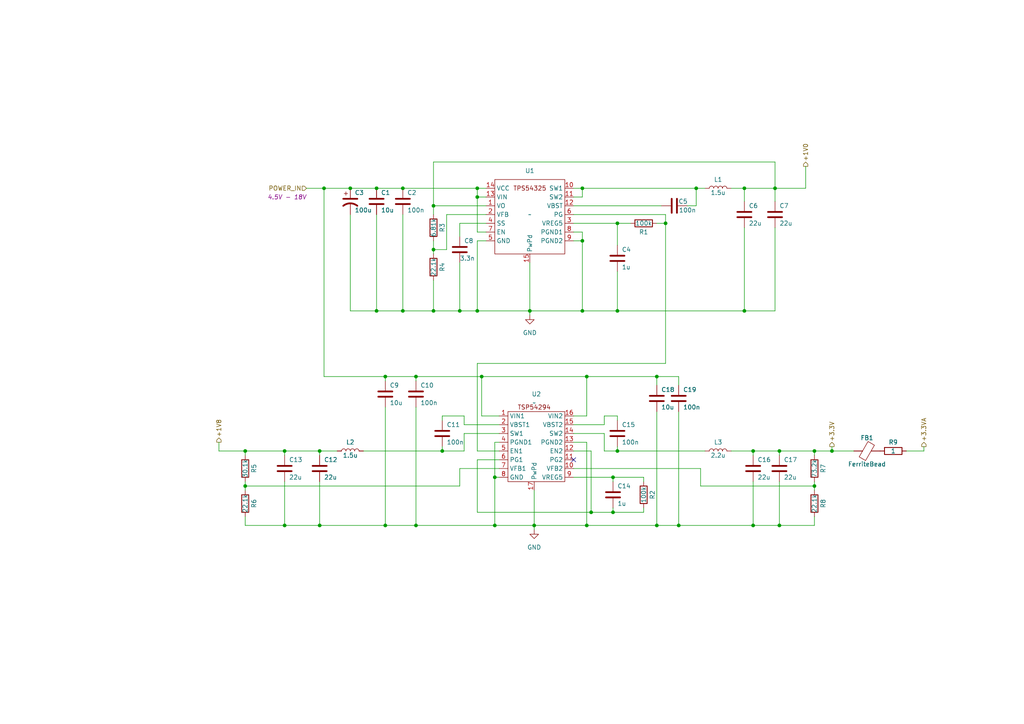
<source format=kicad_sch>
(kicad_sch (version 20230121) (generator eeschema)
  (paper "A4")
  (title_block (title "Power Supply Unit") (date "2023-09-11") (rev "0"))
  (lib_symbols
    (symbol "Device:C" (pin_numbers hide) (pin_names (offset 0.254))
      (property "Reference" "C" (at 0.635 2.54 0))
      (property "Value" "C" (at 0.635 -2.54 0))
      (symbol "C_0_1"
        (polyline (pts (xy -2.032 -0.762) (xy 2.032 -0.762)) (stroke (width 0.508)))
        (polyline (pts (xy -2.032 0.762) (xy 2.032 0.762)) (stroke (width 0.508)))
      )
      (symbol "C_1_1"
        (pin passive line (at 0 3.81 270) (length 2.794) (name "~") (number "1"))
        (pin passive line (at 0 -3.81 90) (length 2.794) (name "~") (number "2"))
      )
    )
    (symbol "Device:C_Polarized_US" (pin_numbers hide) (pin_names (offset 0.254) hide)
      (property "Reference" "C" (at 0.635 2.54 0))
      (property "Value" "C_Polarized_US" (at 0.635 -2.54 0))
      (symbol "C_Polarized_US_0_1"
        (polyline (pts (xy -2.032 0.762) (xy 2.032 0.762)) (stroke (width 0.508)))
        (polyline (pts (xy -1.778 2.286) (xy -0.762 2.286)))
        (polyline (pts (xy -1.27 1.778) (xy -1.27 2.794)))
        (arc (start 2.032 -1.27) (mid 0 -0.5572) (end -2.032 -1.27) (stroke (width 0.508)))
      )
      (symbol "C_Polarized_US_1_1"
        (pin passive line (at 0 3.81 270) (length 2.794) (name "~") (number "1"))
        (pin passive line (at 0 -3.81 90) (length 3.302) (name "~") (number "2"))
      )
    )
    (symbol "Device:FerriteBead" (pin_numbers hide) (pin_names (offset 0))
      (property "Reference" "FB" (at -3.81 0.635 90))
      (property "Value" "FerriteBead" (at 3.81 0 90))
      (symbol "FerriteBead_0_1"
        (polyline (pts (xy 0 -1.27) (xy 0 -1.2192)))
        (polyline (pts (xy 0 1.27) (xy 0 1.2954)))
        (polyline (pts (xy -2.7686 0.4064) (xy -1.7018 2.2606) (xy 2.7686 -0.3048) (xy 1.6764 -2.159) (xy -2.7686 0.4064)))
      )
      (symbol "FerriteBead_1_1"
        (pin passive line (at 0 3.81 270) (length 2.54) (name "~") (number "1"))
        (pin passive line (at 0 -3.81 90) (length 2.54) (name "~") (number "2"))
      )
    )
    (symbol "Device:L" (pin_numbers hide) (pin_names (offset 1.016) hide)
      (property "Reference" "L" (at -1.27 0 90))
      (property "Value" "L" (at 1.905 0 90))
      (symbol "L_0_1"
        (arc (start 0 -2.54) (mid 0.6323 -1.905) (end 0 -1.27))
        (arc (start 0 -1.27) (mid 0.6323 -0.635) (end 0 0))
        (arc (start 0 0) (mid 0.6323 0.635) (end 0 1.27))
        (arc (start 0 1.27) (mid 0.6323 1.905) (end 0 2.54))
      )
      (symbol "L_1_1"
        (pin passive line (at 0 3.81 270) (length 1.27) (name "1") (number "1"))
        (pin passive line (at 0 -3.81 90) (length 1.27) (name "2") (number "2"))
      )
    )
    (symbol "Device:R" (pin_numbers hide) (pin_names (offset 0))
      (property "Reference" "R" (at 2.032 0 90))
      (property "Value" "R" (at 0 0 90))
      (symbol "R_0_1"
        (rectangle (start -1.016 -2.54) (end 1.016 2.54) (stroke (width 0.254)))
      )
      (symbol "R_1_1"
        (pin passive line (at 0 3.81 270) (length 1.27) (name "~") (number "1"))
        (pin passive line (at 0 -3.81 90) (length 1.27) (name "~") (number "2"))
      )
    )
    (symbol "GuitarZero:TPS54294"
      (property "Reference" "U" (at 0 13.97 0))
      (symbol "TPS54294_0_1"
        (rectangle (start -7.62 10.16) (end 8.89 -10.16))
      )
      (symbol "TPS54294_1_1"
        (text "TSP54294" (at 0 11.43 0) (effects (font (size 1.27 1.27))))
        (pin power_in line (at -10.16 8.89 0) (length 2.54) (name "VIN1") (number "1"))
        (pin input line (at 11.43 -6.35 180) (length 2.54) (name "VFB2") (number "10"))
        (pin output line (at 11.43 -3.81 180) (length 2.54) (name "PG2") (number "11"))
        (pin input line (at 11.43 -1.27 180) (length 2.54) (name "EN2") (number "12"))
        (pin bidirectional line (at 11.43 1.27 180) (length 2.54) (name "PGND2") (number "13"))
        (pin bidirectional line (at 11.43 3.81 180) (length 2.54) (name "SW2") (number "14"))
        (pin input line (at 11.43 6.35 180) (length 2.54) (name "VBST2") (number "15"))
        (pin power_in line (at 11.43 8.89 180) (length 2.54) (name "VIN2") (number "16"))
        (pin passive line (at 0 -12.7 90) (length 2.54) (name "PwPd") (number "17"))
        (pin input line (at -10.16 6.35 0) (length 2.54) (name "VBST1") (number "2"))
        (pin bidirectional line (at -10.16 3.81 0) (length 2.54) (name "SW1") (number "3"))
        (pin bidirectional line (at -10.16 1.27 0) (length 2.54) (name "PGND1") (number "4"))
        (pin input line (at -10.16 -1.27 0) (length 2.54) (name "EN1") (number "5"))
        (pin output line (at -10.16 -3.81 0) (length 2.54) (name "PG1") (number "6"))
        (pin input line (at -10.16 -6.35 0) (length 2.54) (name "VFB1") (number "7"))
        (pin power_in line (at -10.16 -8.89 0) (length 2.54) (name "GND") (number "8"))
        (pin power_out line (at 11.43 -8.89 180) (length 2.54) (name "VREG5") (number "9"))
      )
    )
    (symbol "GuitarZero:TPS54325"
      (property "Reference" "U" (at 0 11.43 0))
      (symbol "TPS54325_0_1"
        (rectangle (start -10.16 10.16) (end 10.16 -11.43))
      )
      (symbol "TPS54325_1_1"
        (text "TPS54325" (at 0 7.62 0) (effects (font (size 1.27 1.27))))
        (pin input line (at -12.7 2.54 0) (length 2.54) (name "VO") (number "1"))
        (pin power_out line (at 12.7 7.62 180) (length 2.54) (name "SW1") (number "10"))
        (pin passive line (at 12.7 5.08 180) (length 2.54) (name "SW2") (number "11"))
        (pin output line (at 12.7 2.54 180) (length 2.54) (name "VBST") (number "12"))
        (pin power_in line (at -12.7 5.08 0) (length 2.54) (name "VIN") (number "13"))
        (pin power_in line (at -12.7 7.62 0) (length 2.54) (name "VCC") (number "14"))
        (pin passive line (at 0 -13.97 90) (length 2.54) (name "PwPd") (number "15"))
        (pin input line (at -12.7 0 0) (length 2.54) (name "VFB") (number "2"))
        (pin output line (at 12.7 -2.54 180) (length 2.54) (name "VREG5") (number "3"))
        (pin input line (at -12.7 -2.54 0) (length 2.54) (name "SS") (number "4"))
        (pin power_in line (at -12.7 -7.62 0) (length 2.54) (name "GND") (number "5"))
        (pin output line (at 12.7 0 180) (length 2.54) (name "PG") (number "6"))
        (pin power_in line (at -12.7 -5.08 0) (length 2.54) (name "EN") (number "7"))
        (pin passive line (at 12.7 -5.08 180) (length 2.54) (name "PGND1") (number "8"))
        (pin passive line (at 12.7 -7.62 180) (length 2.54) (name "PGND2") (number "9"))
      )
    )
    (symbol "power:GND" (power) (pin_names (offset 0))
      (property "Value" "GND" (at 0 -3.81 0))
      (symbol "GND_0_1"
        (polyline (pts (xy 0 0) (xy 0 -1.27) (xy 1.27 -1.27) (xy 0 -2.54) (xy -1.27 -1.27) (xy 0 -1.27)))
      )
      (symbol "GND_1_1"
        (pin power_in line (at 0 0 270) (length 0) hide (name "GND") (number "1"))
      )
    )
  )
  (junction (at 201.93 54.61))
  (junction (at 71.12 130.81))
  (junction (at 177.8 148.59))
  (junction (at 82.55 152.4))
  (junction (at 101.6 54.61))
  (junction (at 116.84 54.61))
  (junction (at 92.71 152.4))
  (junction (at 226.06 130.81))
  (junction (at 120.65 152.4))
  (junction (at 168.91 90.17))
  (junction (at 190.5 109.22))
  (junction (at 241.3 130.81))
  (junction (at 71.12 140.97))
  (junction (at 138.43 54.61))
  (junction (at 170.18 109.22))
  (junction (at 215.9 54.61))
  (junction (at 171.45 148.59))
  (junction (at 133.35 90.17))
  (junction (at 143.51 138.43))
  (junction (at 120.65 109.22))
  (junction (at 190.5 152.4))
  (junction (at 82.55 130.81))
  (junction (at 179.07 64.77))
  (junction (at 177.8 138.43))
  (junction (at 154.94 152.4))
  (junction (at 111.76 152.4))
  (junction (at 168.91 54.61))
  (junction (at 218.44 152.4))
  (junction (at 125.73 90.17))
  (junction (at 236.22 130.81))
  (junction (at 170.18 152.4))
  (junction (at 215.9 90.17))
  (junction (at 179.07 90.17))
  (junction (at 109.22 90.17))
  (junction (at 196.85 152.4))
  (junction (at 236.22 140.97))
  (junction (at 125.73 72.39))
  (junction (at 143.51 152.4))
  (junction (at 125.73 59.69))
  (junction (at 92.71 130.81))
  (junction (at 93.98 54.61))
  (junction (at 193.04 64.77))
  (junction (at 168.91 69.85))
  (junction (at 111.76 109.22))
  (junction (at 226.06 152.4))
  (junction (at 116.84 90.17))
  (junction (at 138.43 90.17))
  (junction (at 138.43 57.15))
  (junction (at 109.22 54.61))
  (junction (at 224.79 54.61))
  (junction (at 128.27 130.81))
  (junction (at 218.44 130.81))
  (junction (at 153.67 90.17))
  (junction (at 179.07 130.81))
  (junction (at 139.7 109.22))
  (no_connect (at 166.37 133.35))
  (wire (pts (xy 120.65 109.22) (xy 120.65 110.49)))
  (wire (pts (xy 168.91 67.31) (xy 168.91 69.85)))
  (wire (pts (xy 175.26 120.65) (xy 179.07 120.65)))
  (wire (pts (xy 134.62 120.65) (xy 128.27 120.65)))
  (wire (pts (xy 171.45 148.59) (xy 138.43 148.59)))
  (wire (pts (xy 109.22 90.17) (xy 101.6 90.17)))
  (wire (pts (xy 224.79 90.17) (xy 224.79 66.04)))
  (wire (pts (xy 140.97 64.77) (xy 133.35 64.77)))
  (wire (pts (xy 125.73 46.99) (xy 224.79 46.99)))
  (wire (pts (xy 128.27 130.81) (xy 128.27 129.54)))
  (wire (pts (xy 71.12 139.7) (xy 71.12 140.97)))
  (wire (pts (xy 129.54 72.39) (xy 125.73 72.39)))
  (wire (pts (xy 262.89 130.81) (xy 267.97 130.81)))
  (wire (pts (xy 166.37 69.85) (xy 168.91 69.85)))
  (wire (pts (xy 236.22 139.7) (xy 236.22 140.97)))
  (wire (pts (xy 120.65 118.11) (xy 120.65 152.4)))
  (wire (pts (xy 125.73 59.69) (xy 125.73 46.99)))
  (wire (pts (xy 138.43 57.15) (xy 140.97 57.15)))
  (wire (pts (xy 190.5 109.22) (xy 196.85 109.22)))
  (wire (pts (xy 120.65 152.4) (xy 143.51 152.4)))
  (wire (pts (xy 120.65 109.22) (xy 139.7 109.22)))
  (wire (pts (xy 133.35 140.97) (xy 133.35 135.89)))
  (wire (pts (xy 190.5 109.22) (xy 190.5 111.76)))
  (wire (pts (xy 215.9 54.61) (xy 224.79 54.61)))
  (wire (pts (xy 128.27 130.81) (xy 134.62 130.81)))
  (wire (pts (xy 218.44 130.81) (xy 218.44 132.08)))
  (wire (pts (xy 134.62 125.73) (xy 134.62 130.81)))
  (wire (pts (xy 190.5 152.4) (xy 196.85 152.4)))
  (wire (pts (xy 179.07 78.74) (xy 179.07 90.17)))
  (wire (pts (xy 88.9 54.61) (xy 93.98 54.61)))
  (wire (pts (xy 71.12 149.86) (xy 71.12 152.4)))
  (wire (pts (xy 153.67 90.17) (xy 168.91 90.17)))
  (wire (pts (xy 82.55 152.4) (xy 92.71 152.4)))
  (wire (pts (xy 201.93 54.61) (xy 201.93 59.69)))
  (wire (pts (xy 171.45 130.81) (xy 171.45 148.59)))
  (wire (pts (xy 138.43 67.31) (xy 140.97 67.31)))
  (wire (pts (xy 186.69 147.32) (xy 186.69 148.59)))
  (wire (pts (xy 125.73 90.17) (xy 116.84 90.17)))
  (wire (pts (xy 166.37 120.65) (xy 170.18 120.65)))
  (wire (pts (xy 196.85 152.4) (xy 218.44 152.4)))
  (wire (pts (xy 226.06 152.4) (xy 236.22 152.4)))
  (wire (pts (xy 186.69 138.43) (xy 186.69 139.7)))
  (wire (pts (xy 105.41 130.81) (xy 128.27 130.81)))
  (wire (pts (xy 71.12 140.97) (xy 71.12 142.24)))
  (wire (pts (xy 215.9 54.61) (xy 215.9 58.42)))
  (wire (pts (xy 236.22 130.81) (xy 241.3 130.81)))
  (wire (pts (xy 179.07 90.17) (xy 215.9 90.17)))
  (wire (pts (xy 71.12 130.81) (xy 82.55 130.81)))
  (wire (pts (xy 138.43 148.59) (xy 138.43 133.35)))
  (wire (pts (xy 168.91 90.17) (xy 179.07 90.17)))
  (wire (pts (xy 170.18 120.65) (xy 170.18 109.22)))
  (wire (pts (xy 170.18 128.27) (xy 170.18 152.4)))
  (wire (pts (xy 236.22 130.81) (xy 236.22 132.08)))
  (wire (pts (xy 224.79 54.61) (xy 224.79 58.42)))
  (wire (pts (xy 212.09 54.61) (xy 215.9 54.61)))
  (wire (pts (xy 133.35 135.89) (xy 144.78 135.89)))
  (wire (pts (xy 179.07 64.77) (xy 179.07 71.12)))
  (wire (pts (xy 179.07 64.77) (xy 182.88 64.77)))
  (wire (pts (xy 125.73 81.28) (xy 125.73 90.17)))
  (wire (pts (xy 218.44 130.81) (xy 226.06 130.81)))
  (wire (pts (xy 129.54 62.23) (xy 129.54 72.39)))
  (wire (pts (xy 133.35 76.2) (xy 133.35 90.17)))
  (wire (pts (xy 109.22 62.23) (xy 109.22 90.17)))
  (wire (pts (xy 166.37 57.15) (xy 168.91 57.15)))
  (wire (pts (xy 177.8 138.43) (xy 177.8 139.7)))
  (wire (pts (xy 236.22 140.97) (xy 236.22 142.24)))
  (wire (pts (xy 143.51 138.43) (xy 143.51 152.4)))
  (wire (pts (xy 144.78 128.27) (xy 143.51 128.27)))
  (wire (pts (xy 111.76 118.11) (xy 111.76 152.4)))
  (wire (pts (xy 170.18 152.4) (xy 190.5 152.4)))
  (wire (pts (xy 82.55 139.7) (xy 82.55 152.4)))
  (wire (pts (xy 109.22 54.61) (xy 116.84 54.61)))
  (wire (pts (xy 177.8 147.32) (xy 177.8 148.59)))
  (wire (pts (xy 241.3 129.54) (xy 241.3 130.81)))
  (wire (pts (xy 140.97 59.69) (xy 125.73 59.69)))
  (wire (pts (xy 201.93 59.69) (xy 199.39 59.69)))
  (wire (pts (xy 140.97 69.85) (xy 138.43 69.85)))
  (wire (pts (xy 226.06 130.81) (xy 236.22 130.81)))
  (wire (pts (xy 144.78 123.19) (xy 134.62 123.19)))
  (wire (pts (xy 190.5 119.38) (xy 190.5 152.4)))
  (wire (pts (xy 236.22 149.86) (xy 236.22 152.4)))
  (wire (pts (xy 166.37 67.31) (xy 168.91 67.31)))
  (wire (pts (xy 224.79 46.99) (xy 224.79 54.61)))
  (wire (pts (xy 92.71 130.81) (xy 97.79 130.81)))
  (wire (pts (xy 125.73 59.69) (xy 125.73 62.23)))
  (wire (pts (xy 138.43 57.15) (xy 138.43 67.31)))
  (wire (pts (xy 201.93 54.61) (xy 204.47 54.61)))
  (wire (pts (xy 166.37 64.77) (xy 179.07 64.77)))
  (wire (pts (xy 144.78 120.65) (xy 139.7 120.65)))
  (wire (pts (xy 92.71 130.81) (xy 92.71 132.08)))
  (wire (pts (xy 166.37 130.81) (xy 171.45 130.81)))
  (wire (pts (xy 154.94 142.24) (xy 154.94 152.4)))
  (wire (pts (xy 177.8 148.59) (xy 186.69 148.59)))
  (wire (pts (xy 153.67 91.44) (xy 153.67 90.17)))
  (wire (pts (xy 170.18 109.22) (xy 190.5 109.22)))
  (wire (pts (xy 166.37 138.43) (xy 177.8 138.43)))
  (wire (pts (xy 116.84 62.23) (xy 116.84 90.17)))
  (wire (pts (xy 125.73 72.39) (xy 125.73 73.66)))
  (wire (pts (xy 93.98 54.61) (xy 93.98 109.22)))
  (wire (pts (xy 116.84 90.17) (xy 109.22 90.17)))
  (wire (pts (xy 138.43 90.17) (xy 133.35 90.17)))
  (wire (pts (xy 166.37 54.61) (xy 168.91 54.61)))
  (wire (pts (xy 166.37 128.27) (xy 170.18 128.27)))
  (wire (pts (xy 111.76 109.22) (xy 120.65 109.22)))
  (wire (pts (xy 179.07 120.65) (xy 179.07 121.92)))
  (wire (pts (xy 139.7 109.22) (xy 170.18 109.22)))
  (wire (pts (xy 63.5 130.81) (xy 63.5 128.27)))
  (wire (pts (xy 82.55 130.81) (xy 82.55 132.08)))
  (wire (pts (xy 168.91 54.61) (xy 201.93 54.61)))
  (wire (pts (xy 125.73 69.85) (xy 125.73 72.39)))
  (wire (pts (xy 138.43 105.41) (xy 138.43 130.81)))
  (wire (pts (xy 166.37 62.23) (xy 193.04 62.23)))
  (wire (pts (xy 101.6 90.17) (xy 101.6 62.23)))
  (wire (pts (xy 226.06 139.7) (xy 226.06 152.4)))
  (wire (pts (xy 203.2 140.97) (xy 203.2 135.89)))
  (wire (pts (xy 166.37 123.19) (xy 175.26 123.19)))
  (wire (pts (xy 63.5 130.81) (xy 71.12 130.81)))
  (wire (pts (xy 218.44 152.4) (xy 226.06 152.4)))
  (wire (pts (xy 71.12 152.4) (xy 82.55 152.4)))
  (wire (pts (xy 138.43 130.81) (xy 144.78 130.81)))
  (wire (pts (xy 92.71 139.7) (xy 92.71 152.4)))
  (wire (pts (xy 93.98 109.22) (xy 111.76 109.22)))
  (wire (pts (xy 267.97 129.54) (xy 267.97 130.81)))
  (wire (pts (xy 166.37 125.73) (xy 175.26 125.73)))
  (wire (pts (xy 175.26 130.81) (xy 179.07 130.81)))
  (wire (pts (xy 179.07 130.81) (xy 204.47 130.81)))
  (wire (pts (xy 226.06 130.81) (xy 226.06 132.08)))
  (wire (pts (xy 128.27 120.65) (xy 128.27 121.92)))
  (wire (pts (xy 154.94 153.67) (xy 154.94 152.4)))
  (wire (pts (xy 212.09 130.81) (xy 218.44 130.81)))
  (wire (pts (xy 168.91 69.85) (xy 168.91 90.17)))
  (wire (pts (xy 101.6 54.61) (xy 109.22 54.61)))
  (wire (pts (xy 241.3 130.81) (xy 247.65 130.81)))
  (wire (pts (xy 71.12 130.81) (xy 71.12 132.08)))
  (wire (pts (xy 144.78 125.73) (xy 134.62 125.73)))
  (wire (pts (xy 233.68 48.26) (xy 233.68 54.61)))
  (wire (pts (xy 193.04 105.41) (xy 138.43 105.41)))
  (wire (pts (xy 154.94 152.4) (xy 170.18 152.4)))
  (wire (pts (xy 190.5 64.77) (xy 193.04 64.77)))
  (wire (pts (xy 138.43 133.35) (xy 144.78 133.35)))
  (wire (pts (xy 92.71 152.4) (xy 111.76 152.4)))
  (wire (pts (xy 218.44 139.7) (xy 218.44 152.4)))
  (wire (pts (xy 111.76 152.4) (xy 120.65 152.4)))
  (wire (pts (xy 179.07 130.81) (xy 179.07 129.54)))
  (wire (pts (xy 236.22 140.97) (xy 203.2 140.97)))
  (wire (pts (xy 203.2 135.89) (xy 166.37 135.89)))
  (wire (pts (xy 193.04 62.23) (xy 193.04 64.77)))
  (wire (pts (xy 139.7 120.65) (xy 139.7 109.22)))
  (wire (pts (xy 140.97 62.23) (xy 129.54 62.23)))
  (wire (pts (xy 153.67 76.2) (xy 153.67 90.17)))
  (wire (pts (xy 143.51 152.4) (xy 154.94 152.4)))
  (wire (pts (xy 215.9 66.04) (xy 215.9 90.17)))
  (wire (pts (xy 133.35 64.77) (xy 133.35 68.58)))
  (wire (pts (xy 116.84 54.61) (xy 138.43 54.61)))
  (wire (pts (xy 175.26 125.73) (xy 175.26 130.81)))
  (wire (pts (xy 215.9 90.17) (xy 224.79 90.17)))
  (wire (pts (xy 171.45 148.59) (xy 177.8 148.59)))
  (wire (pts (xy 166.37 59.69) (xy 191.77 59.69)))
  (wire (pts (xy 224.79 54.61) (xy 233.68 54.61)))
  (wire (pts (xy 82.55 130.81) (xy 92.71 130.81)))
  (wire (pts (xy 93.98 54.61) (xy 101.6 54.61)))
  (wire (pts (xy 111.76 109.22) (xy 111.76 110.49)))
  (wire (pts (xy 138.43 69.85) (xy 138.43 90.17)))
  (wire (pts (xy 193.04 64.77) (xy 193.04 105.41)))
  (wire (pts (xy 134.62 123.19) (xy 134.62 120.65)))
  (wire (pts (xy 133.35 90.17) (xy 125.73 90.17)))
  (wire (pts (xy 153.67 90.17) (xy 138.43 90.17)))
  (wire (pts (xy 138.43 54.61) (xy 138.43 57.15)))
  (wire (pts (xy 196.85 109.22) (xy 196.85 111.76)))
  (wire (pts (xy 196.85 119.38) (xy 196.85 152.4)))
  (wire (pts (xy 168.91 57.15) (xy 168.91 54.61)))
  (wire (pts (xy 177.8 138.43) (xy 186.69 138.43)))
  (wire (pts (xy 175.26 123.19) (xy 175.26 120.65)))
  (wire (pts (xy 138.43 54.61) (xy 140.97 54.61)))
  (wire (pts (xy 143.51 128.27) (xy 143.51 138.43)))
  (wire (pts (xy 144.78 138.43) (xy 143.51 138.43)))
  (wire (pts (xy 71.12 140.97) (xy 133.35 140.97)))
  (hierarchical_label "+3.3V" (shape output) (at 241.3 129.54 90))
  (hierarchical_label "+1V8" (shape output) (at 63.5 128.27 90))
  (hierarchical_label "POWER_IN" (shape input) (at 88.9 54.61 180) (property "Range" "4.5V - 18V" (at 88.9 57.15 0) (effects (font italic) (justify right))))
  (hierarchical_label "+3.3VA" (shape output) (at 267.97 129.54 90))
  (hierarchical_label "+1V0" (shape output) (at 233.68 48.26 90))
  (symbol (lib_id "Device:L") (at 101.6 130.81 90) (unit 1)
    (property "Reference" "L2" (at 101.6 128.27 90))
    (property "Value" "1.5u" (at 101.6 132.08 90))
  )
  (symbol (lib_id "Device:C") (at 179.07 125.73 0) (unit 1)
    (property "Reference" "C15" (at 180.34 123.19 0) (effects (justify left)))
    (property "Value" "100n" (at 180.34 128.27 0) (effects (justify left)))
  )
  (symbol (lib_id "Device:R") (at 236.22 146.05 180) (unit 1)
    (property "Reference" "R8" (at 238.76 146.05 90))
    (property "Value" "22.1k" (at 236.22 146.05 90))
  )
  (symbol (lib_id "Device:C") (at 92.71 135.89 0) (unit 1)
    (property "Reference" "C12" (at 93.98 133.35 0) (effects (justify left)))
    (property "Value" "22u" (at 93.98 138.43 0) (effects (justify left)))
  )
  (symbol (lib_id "Device:C") (at 215.9 62.23 0) (unit 1)
    (property "Reference" "C6" (at 217.17 59.69 0) (effects (justify left)))
    (property "Value" "22u" (at 217.17 64.77 0) (effects (justify left)))
  )
  (symbol (lib_id "Device:C") (at 226.06 135.89 0) (unit 1)
    (property "Reference" "C17" (at 227.33 133.35 0) (effects (justify left)))
    (property "Value" "22u" (at 227.33 138.43 0) (effects (justify left)))
  )
  (symbol (lib_id "Device:C") (at 133.35 72.39 0) (unit 1)
    (property "Reference" "C8" (at 134.62 69.85 0) (effects (justify left)))
    (property "Value" "3.3n" (at 133.35 74.93 0) (effects (justify left)))
  )
  (symbol (lib_id "Device:C") (at 190.5 115.57 0) (unit 1)
    (property "Reference" "C18" (at 191.77 113.03 0) (effects (justify left)))
    (property "Value" "10u" (at 191.77 118.11 0) (effects (justify left)))
  )
  (symbol (lib_id "Device:R") (at 236.22 135.89 180) (unit 1)
    (property "Reference" "R7" (at 238.76 135.89 90))
    (property "Value" "73.2k" (at 236.22 135.89 90))
  )
  (symbol (lib_id "Device:C") (at 179.07 74.93 0) (unit 1)
    (property "Reference" "C4" (at 180.34 72.39 0) (effects (justify left)))
    (property "Value" "1u" (at 180.34 77.47 0) (effects (justify left)))
  )
  (symbol (lib_id "Device:R") (at 125.73 77.47 180) (unit 1)
    (property "Reference" "R4" (at 128.27 77.47 90))
    (property "Value" "22.1k" (at 125.73 77.47 90))
  )
  (symbol (lib_id "Device:C") (at 116.84 58.42 0) (unit 1)
    (property "Reference" "C2" (at 118.11 55.88 0) (effects (justify left)))
    (property "Value" "100n" (at 118.11 60.96 0) (effects (justify left)))
  )
  (symbol (lib_id "power:GND") (at 153.67 91.44 0) (unit 1)
    (property "Reference" "#PWR01" (effects hide))
    (property "Value" "GND" (at 153.67 96.52 0))
  )
  (symbol (lib_id "Device:C") (at 111.76 114.3 0) (unit 1)
    (property "Reference" "C9" (at 113.03 111.76 0) (effects (justify left)))
    (property "Value" "10u" (at 113.03 116.84 0) (effects (justify left)))
  )
  (symbol (lib_id "Device:C") (at 128.27 125.73 0) (unit 1)
    (property "Reference" "C11" (at 129.54 123.19 0) (effects (justify left)))
    (property "Value" "100n" (at 129.54 128.27 0) (effects (justify left)))
  )
  (symbol (lib_id "Device:L") (at 208.28 54.61 90) (unit 1)
    (property "Reference" "L1" (at 208.28 52.07 90))
    (property "Value" "1.5u" (at 208.28 55.88 90))
  )
  (symbol (lib_id "power:GND") (at 154.94 153.67 0) (unit 1)
    (property "Reference" "#PWR02" (effects hide))
    (property "Value" "GND" (at 154.94 158.75 0))
  )
  (symbol (lib_id "GuitarZero:TPS54294") (at 154.94 129.54 0) (unit 1)
    (property "Reference" "U2" (at 155.575 114.3 0))
    (property "Value" "~" (at 154.94 116.84 0))
  )
  (symbol (lib_id "Device:C") (at 218.44 135.89 0) (unit 1)
    (property "Reference" "C16" (at 219.71 133.35 0) (effects (justify left)))
    (property "Value" "22u" (at 219.71 138.43 0) (effects (justify left)))
  )
  (symbol (lib_id "Device:R") (at 186.69 64.77 90) (unit 1)
    (property "Reference" "R1" (at 186.69 67.31 90))
    (property "Value" "100k" (at 186.69 64.77 90))
  )
  (symbol (lib_id "Device:C") (at 120.65 114.3 0) (unit 1)
    (property "Reference" "C10" (at 121.92 111.76 0) (effects (justify left)))
    (property "Value" "100n" (at 121.92 116.84 0) (effects (justify left)))
  )
  (symbol (lib_id "Device:C") (at 177.8 143.51 0) (unit 1)
    (property "Reference" "C14" (at 179.07 140.97 0) (effects (justify left)))
    (property "Value" "1u" (at 179.07 146.05 0) (effects (justify left)))
  )
  (symbol (lib_id "GuitarZero:TPS54325") (at 153.67 62.23 0) (unit 1)
    (property "Reference" "U1" (at 153.67 49.53 0))
    (property "Value" "~" (at 153.67 62.23 0))
  )
  (symbol (lib_id "Device:R") (at 71.12 146.05 180) (unit 1)
    (property "Reference" "R6" (at 73.66 146.05 90))
    (property "Value" "22.1k" (at 71.12 146.05 90))
  )
  (symbol (lib_id "Device:C_Polarized_US") (at 101.6 58.42 0) (unit 1)
    (property "Reference" "C3" (at 102.87 55.88 0) (effects (justify left)))
    (property "Value" "100u" (at 102.87 60.96 0) (effects (justify left)))
  )
  (symbol (lib_id "Device:C") (at 196.85 115.57 0) (unit 1)
    (property "Reference" "C19" (at 198.12 113.03 0) (effects (justify left)))
    (property "Value" "100n" (at 198.12 118.11 0) (effects (justify left)))
  )
  (symbol (lib_id "Device:L") (at 208.28 130.81 90) (unit 1)
    (property "Reference" "L3" (at 208.28 128.27 90))
    (property "Value" "2.2u" (at 208.28 132.08 90))
  )
  (symbol (lib_id "Device:C") (at 224.79 62.23 0) (unit 1)
    (property "Reference" "C7" (at 226.06 59.69 0) (effects (justify left)))
    (property "Value" "22u" (at 226.06 64.77 0) (effects (justify left)))
  )
  (symbol (lib_id "Device:R") (at 259.08 130.81 270) (unit 1)
    (property "Reference" "R9" (at 259.08 128.27 90))
    (property "Value" "1" (at 259.08 130.81 90))
  )
  (symbol (lib_id "Device:FerriteBead") (at 251.46 130.81 90) (unit 1)
    (property "Reference" "FB1" (at 251.46 127 90))
    (property "Value" "FerriteBead" (at 251.46 134.62 90))
  )
  (symbol (lib_id "Device:C") (at 195.58 59.69 270) (unit 1)
    (property "Reference" "C5" (at 198.12 58.42 90))
    (property "Value" "100n" (at 199.39 60.96 90))
  )
  (symbol (lib_id "Device:R") (at 186.69 143.51 180) (unit 1)
    (property "Reference" "R2" (at 189.23 143.51 90))
    (property "Value" "100k" (at 186.69 143.51 90))
  )
  (symbol (lib_id "Device:R") (at 71.12 135.89 180) (unit 1)
    (property "Reference" "R5" (at 73.66 135.89 90))
    (property "Value" "30.1k" (at 71.12 135.89 90))
  )
  (symbol (lib_id "Device:R") (at 125.73 66.04 180) (unit 1)
    (property "Reference" "R3" (at 128.27 66.04 90))
    (property "Value" "6.81k" (at 125.73 66.04 90))
  )
  (symbol (lib_id "Device:C") (at 109.22 58.42 0) (unit 1)
    (property "Reference" "C1" (at 110.49 55.88 0) (effects (justify left)))
    (property "Value" "10u" (at 110.49 60.96 0) (effects (justify left)))
  )
  (symbol (lib_id "Device:C") (at 82.55 135.89 0) (unit 1)
    (property "Reference" "C13" (at 83.82 133.35 0) (effects (justify left)))
    (property "Value" "22u" (at 83.82 138.43 0) (effects (justify left)))
  )
)
</source>
